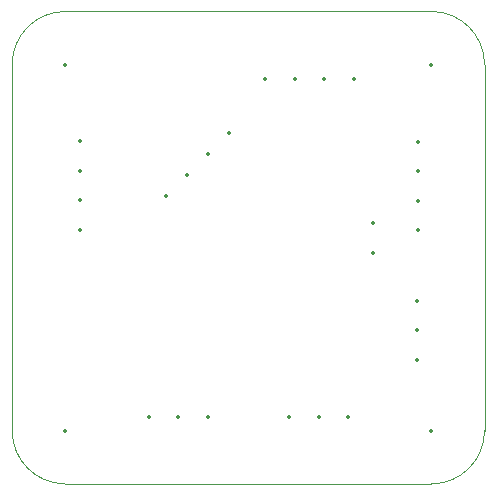
<source format=gko>
%TF.GenerationSoftware,KiCad,Pcbnew,9.0.2-9.0.2-0~ubuntu22.04.1*%
%TF.CreationDate,2025-05-12T22:54:36+03:00*%
%TF.ProjectId,endpoint-driver,656e6470-6f69-46e7-942d-647269766572,rev?*%
%TF.SameCoordinates,Original*%
%TF.FileFunction,Profile,NP*%
%FSLAX46Y46*%
G04 Gerber Fmt 4.6, Leading zero omitted, Abs format (unit mm)*
G04 Created by KiCad (PCBNEW 9.0.2-9.0.2-0~ubuntu22.04.1) date 2025-05-12 22:54:36*
%MOMM*%
%LPD*%
G01*
G04 APERTURE LIST*
%TA.AperFunction,Profile*%
%ADD10C,0.050000*%
%TD*%
%ADD11C,0.350000*%
G04 APERTURE END LIST*
D10*
X4500000Y0D02*
G75*
G02*
X0Y4500000I0J4500000D01*
G01*
X0Y35500000D02*
G75*
G02*
X4500000Y40000000I4499998J2D01*
G01*
X0Y4500000D02*
X0Y35500000D01*
X40000000Y4500000D02*
G75*
G02*
X35500000Y0I-4500000J0D01*
G01*
X35500000Y40000000D02*
G75*
G02*
X40000000Y35500000I0J-4500000D01*
G01*
X40000000Y35500000D02*
X40000000Y4500000D01*
X4500000Y40000000D02*
X35500000Y40000000D01*
X35500000Y0D02*
X4500000Y0D01*
D11*
X21410000Y34287500D03*
X23910000Y34287500D03*
X26410000Y34287500D03*
X28910000Y34287500D03*
X11550000Y5670000D03*
X14050000Y5670000D03*
X16550000Y5670000D03*
X34320000Y10510000D03*
X34320000Y13010000D03*
X34320000Y15510000D03*
X5720000Y21500000D03*
X5720000Y24000000D03*
X5720000Y26500000D03*
X5720000Y29000000D03*
X4500000Y4500000D03*
X34357500Y28980000D03*
X34357500Y26480000D03*
X34357500Y23980000D03*
X34357500Y21480000D03*
X30520000Y22085000D03*
X30520000Y19545000D03*
X35500000Y4500000D03*
X4500000Y35500000D03*
X13000000Y24340000D03*
X14796051Y26136051D03*
X16592102Y27932102D03*
X18388154Y29728154D03*
X35500000Y35500000D03*
X28450000Y5642500D03*
X25950000Y5642500D03*
X23450000Y5642500D03*
M02*

</source>
